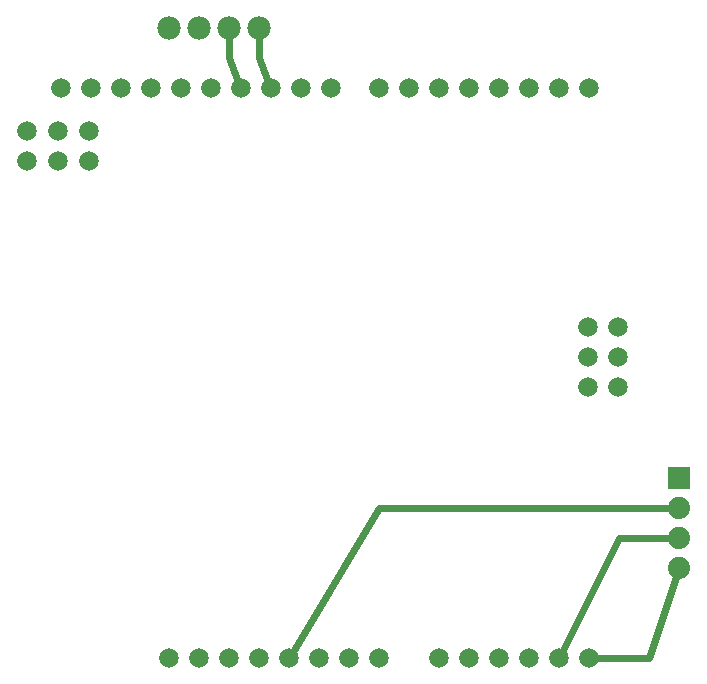
<source format=gbl>
G04 MADE WITH FRITZING*
G04 WWW.FRITZING.ORG*
G04 DOUBLE SIDED*
G04 HOLES PLATED*
G04 CONTOUR ON CENTER OF CONTOUR VECTOR*
%ASAXBY*%
%FSLAX23Y23*%
%MOIN*%
%OFA0B0*%
%SFA1.0B1.0*%
%ADD10C,0.078000*%
%ADD11C,0.074000*%
%ADD12C,0.065278*%
%ADD13R,0.074000X0.074000*%
%ADD14C,0.024000*%
%LNCOPPER0*%
G90*
G70*
G54D10*
X1141Y2639D03*
X1241Y2639D03*
G54D11*
X2841Y1139D03*
X2841Y1039D03*
X2841Y939D03*
X2841Y839D03*
G54D12*
X2141Y539D03*
X2241Y539D03*
X2341Y539D03*
X2441Y539D03*
X2541Y539D03*
X1681Y2439D03*
X1581Y2439D03*
X1481Y2439D03*
X1381Y2439D03*
X1281Y2439D03*
X1181Y2439D03*
X1081Y2439D03*
X981Y2439D03*
X881Y2439D03*
X781Y2439D03*
X2541Y2439D03*
X2441Y2439D03*
X2341Y2439D03*
X2241Y2439D03*
X2141Y2439D03*
X2041Y2439D03*
X1941Y2439D03*
X1841Y2439D03*
X1241Y539D03*
X1141Y539D03*
X1341Y539D03*
X1441Y539D03*
X1541Y539D03*
X1641Y539D03*
X1741Y539D03*
X1841Y539D03*
X2041Y539D03*
X2639Y1642D03*
X2539Y1642D03*
X2639Y1542D03*
X2539Y1542D03*
X2639Y1443D03*
X2539Y1443D03*
X771Y2296D03*
X771Y2197D03*
X875Y2296D03*
X875Y2197D03*
X667Y2296D03*
X667Y2197D03*
G54D10*
X1341Y2639D03*
X1441Y2639D03*
G54D13*
X2841Y1139D03*
G54D14*
X1341Y2539D02*
X1341Y2609D01*
D02*
X1369Y2468D02*
X1341Y2539D01*
D02*
X1441Y2539D02*
X1441Y2609D01*
D02*
X1469Y2468D02*
X1441Y2539D01*
D02*
X2741Y539D02*
X2572Y539D01*
D02*
X2831Y809D02*
X2741Y539D01*
D02*
X2641Y939D02*
X2455Y567D01*
D02*
X2810Y939D02*
X2641Y939D01*
D02*
X1841Y1039D02*
X1557Y566D01*
D02*
X2810Y1039D02*
X1841Y1039D01*
G04 End of Copper0*
M02*
</source>
